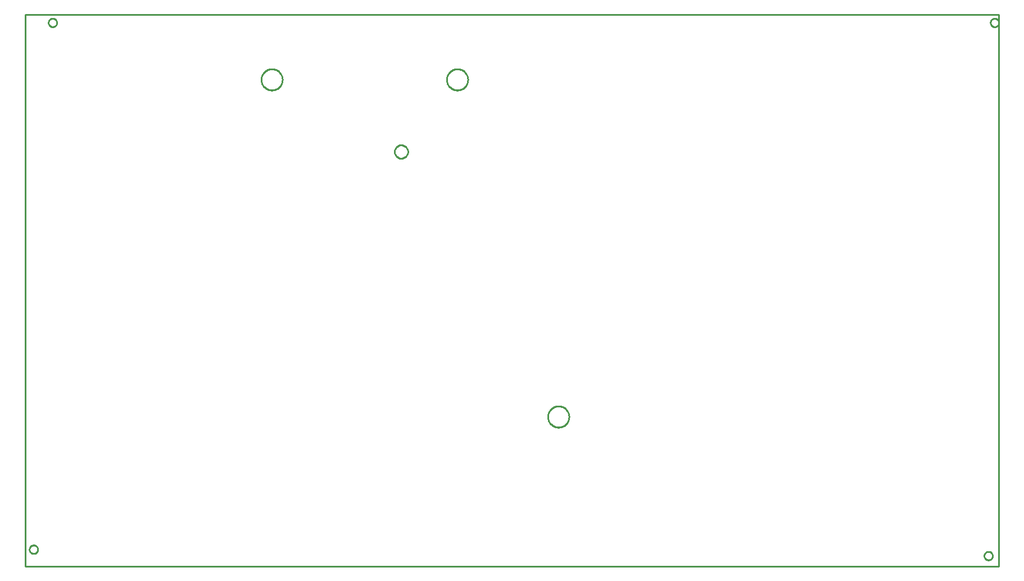
<source format=gbr>
G04 EAGLE Gerber RS-274X export*
G75*
%MOMM*%
%FSLAX34Y34*%
%LPD*%
%IN*%
%IPPOS*%
%AMOC8*
5,1,8,0,0,1.08239X$1,22.5*%
G01*
%ADD10C,0.254000*%


D10*
X-28575Y168275D02*
X1438075Y168275D01*
X1438075Y1000000D01*
X-28575Y1000000D01*
X-28575Y168275D01*
X-9525Y193363D02*
X-9586Y192742D01*
X-9708Y192130D01*
X-9889Y191533D01*
X-10128Y190957D01*
X-10422Y190407D01*
X-10768Y189888D01*
X-11164Y189405D01*
X-11605Y188964D01*
X-12088Y188568D01*
X-12607Y188222D01*
X-13157Y187928D01*
X-13733Y187689D01*
X-14330Y187508D01*
X-14942Y187386D01*
X-15563Y187325D01*
X-16187Y187325D01*
X-16808Y187386D01*
X-17420Y187508D01*
X-18017Y187689D01*
X-18593Y187928D01*
X-19144Y188222D01*
X-19662Y188568D01*
X-20145Y188964D01*
X-20586Y189405D01*
X-20982Y189888D01*
X-21328Y190407D01*
X-21622Y190957D01*
X-21861Y191533D01*
X-22042Y192130D01*
X-22164Y192742D01*
X-22225Y193363D01*
X-22225Y193987D01*
X-22164Y194608D01*
X-22042Y195220D01*
X-21861Y195817D01*
X-21622Y196393D01*
X-21328Y196944D01*
X-20982Y197462D01*
X-20586Y197945D01*
X-20145Y198386D01*
X-19662Y198782D01*
X-19144Y199128D01*
X-18593Y199422D01*
X-18017Y199661D01*
X-17420Y199842D01*
X-16808Y199964D01*
X-16187Y200025D01*
X-15563Y200025D01*
X-14942Y199964D01*
X-14330Y199842D01*
X-13733Y199661D01*
X-13157Y199422D01*
X-12607Y199128D01*
X-12088Y198782D01*
X-11605Y198386D01*
X-11164Y197945D01*
X-10768Y197462D01*
X-10422Y196944D01*
X-10128Y196393D01*
X-9889Y195817D01*
X-9708Y195220D01*
X-9586Y194608D01*
X-9525Y193987D01*
X-9525Y193363D01*
X19050Y987113D02*
X18989Y986492D01*
X18867Y985880D01*
X18686Y985283D01*
X18447Y984707D01*
X18153Y984157D01*
X17807Y983638D01*
X17411Y983155D01*
X16970Y982714D01*
X16487Y982318D01*
X15969Y981972D01*
X15418Y981678D01*
X14842Y981439D01*
X14245Y981258D01*
X13633Y981136D01*
X13012Y981075D01*
X12388Y981075D01*
X11767Y981136D01*
X11155Y981258D01*
X10558Y981439D01*
X9982Y981678D01*
X9432Y981972D01*
X8913Y982318D01*
X8430Y982714D01*
X7989Y983155D01*
X7593Y983638D01*
X7247Y984157D01*
X6953Y984707D01*
X6714Y985283D01*
X6533Y985880D01*
X6411Y986492D01*
X6350Y987113D01*
X6350Y987737D01*
X6411Y988358D01*
X6533Y988970D01*
X6714Y989567D01*
X6953Y990143D01*
X7247Y990694D01*
X7593Y991212D01*
X7989Y991695D01*
X8430Y992136D01*
X8913Y992532D01*
X9432Y992878D01*
X9982Y993172D01*
X10558Y993411D01*
X11155Y993592D01*
X11767Y993714D01*
X12388Y993775D01*
X13012Y993775D01*
X13633Y993714D01*
X14245Y993592D01*
X14842Y993411D01*
X15418Y993172D01*
X15969Y992878D01*
X16487Y992532D01*
X16970Y992136D01*
X17411Y991695D01*
X17807Y991212D01*
X18153Y990694D01*
X18447Y990143D01*
X18686Y989567D01*
X18867Y988970D01*
X18989Y988358D01*
X19050Y987737D01*
X19050Y987113D01*
X1428750Y183838D02*
X1428689Y183217D01*
X1428567Y182605D01*
X1428386Y182008D01*
X1428147Y181432D01*
X1427853Y180882D01*
X1427507Y180363D01*
X1427111Y179880D01*
X1426670Y179439D01*
X1426187Y179043D01*
X1425669Y178697D01*
X1425118Y178403D01*
X1424542Y178164D01*
X1423945Y177983D01*
X1423333Y177861D01*
X1422712Y177800D01*
X1422088Y177800D01*
X1421467Y177861D01*
X1420855Y177983D01*
X1420258Y178164D01*
X1419682Y178403D01*
X1419132Y178697D01*
X1418613Y179043D01*
X1418130Y179439D01*
X1417689Y179880D01*
X1417293Y180363D01*
X1416947Y180882D01*
X1416653Y181432D01*
X1416414Y182008D01*
X1416233Y182605D01*
X1416111Y183217D01*
X1416050Y183838D01*
X1416050Y184462D01*
X1416111Y185083D01*
X1416233Y185695D01*
X1416414Y186292D01*
X1416653Y186868D01*
X1416947Y187419D01*
X1417293Y187937D01*
X1417689Y188420D01*
X1418130Y188861D01*
X1418613Y189257D01*
X1419132Y189603D01*
X1419682Y189897D01*
X1420258Y190136D01*
X1420855Y190317D01*
X1421467Y190439D01*
X1422088Y190500D01*
X1422712Y190500D01*
X1423333Y190439D01*
X1423945Y190317D01*
X1424542Y190136D01*
X1425118Y189897D01*
X1425669Y189603D01*
X1426187Y189257D01*
X1426670Y188861D01*
X1427111Y188420D01*
X1427507Y187937D01*
X1427853Y187419D01*
X1428147Y186868D01*
X1428386Y186292D01*
X1428567Y185695D01*
X1428689Y185083D01*
X1428750Y184462D01*
X1428750Y183838D01*
X1438275Y987113D02*
X1438214Y986492D01*
X1438092Y985880D01*
X1437911Y985283D01*
X1437672Y984707D01*
X1437378Y984157D01*
X1437032Y983638D01*
X1436636Y983155D01*
X1436195Y982714D01*
X1435712Y982318D01*
X1435194Y981972D01*
X1434643Y981678D01*
X1434067Y981439D01*
X1433470Y981258D01*
X1432858Y981136D01*
X1432237Y981075D01*
X1431613Y981075D01*
X1430992Y981136D01*
X1430380Y981258D01*
X1429783Y981439D01*
X1429207Y981678D01*
X1428657Y981972D01*
X1428138Y982318D01*
X1427655Y982714D01*
X1427214Y983155D01*
X1426818Y983638D01*
X1426472Y984157D01*
X1426178Y984707D01*
X1425939Y985283D01*
X1425758Y985880D01*
X1425636Y986492D01*
X1425575Y987113D01*
X1425575Y987737D01*
X1425636Y988358D01*
X1425758Y988970D01*
X1425939Y989567D01*
X1426178Y990143D01*
X1426472Y990694D01*
X1426818Y991212D01*
X1427214Y991695D01*
X1427655Y992136D01*
X1428138Y992532D01*
X1428657Y992878D01*
X1429207Y993172D01*
X1429783Y993411D01*
X1430380Y993592D01*
X1430992Y993714D01*
X1431613Y993775D01*
X1432237Y993775D01*
X1432858Y993714D01*
X1433470Y993592D01*
X1434067Y993411D01*
X1434643Y993172D01*
X1435194Y992878D01*
X1435712Y992532D01*
X1436195Y992136D01*
X1436636Y991695D01*
X1437032Y991212D01*
X1437378Y990694D01*
X1437672Y990143D01*
X1437911Y989567D01*
X1438092Y988970D01*
X1438214Y988358D01*
X1438275Y987737D01*
X1438275Y987113D01*
X774176Y409700D02*
X773131Y409632D01*
X772092Y409495D01*
X771065Y409290D01*
X770053Y409019D01*
X769061Y408683D01*
X768093Y408282D01*
X767154Y407818D01*
X766246Y407295D01*
X765375Y406713D01*
X764544Y406075D01*
X763757Y405384D01*
X763016Y404643D01*
X762325Y403856D01*
X761688Y403025D01*
X761106Y402154D01*
X760582Y401246D01*
X760118Y400307D01*
X759717Y399339D01*
X759381Y398347D01*
X759110Y397335D01*
X758905Y396308D01*
X758769Y395269D01*
X758700Y394224D01*
X758700Y393176D01*
X758769Y392131D01*
X758905Y391092D01*
X759110Y390065D01*
X759381Y389053D01*
X759717Y388061D01*
X760118Y387093D01*
X760582Y386154D01*
X761106Y385246D01*
X761688Y384375D01*
X762325Y383544D01*
X763016Y382757D01*
X763757Y382016D01*
X764544Y381325D01*
X765375Y380688D01*
X766246Y380106D01*
X767154Y379582D01*
X768093Y379118D01*
X769061Y378717D01*
X770053Y378381D01*
X771065Y378110D01*
X772092Y377905D01*
X773131Y377769D01*
X774176Y377700D01*
X775224Y377700D01*
X776269Y377769D01*
X777308Y377905D01*
X778335Y378110D01*
X779347Y378381D01*
X780339Y378717D01*
X781307Y379118D01*
X782246Y379582D01*
X783154Y380106D01*
X784025Y380688D01*
X784856Y381325D01*
X785643Y382016D01*
X786384Y382757D01*
X787075Y383544D01*
X787713Y384375D01*
X788295Y385246D01*
X788818Y386154D01*
X789282Y387093D01*
X789683Y388061D01*
X790019Y389053D01*
X790290Y390065D01*
X790495Y391092D01*
X790632Y392131D01*
X790700Y393176D01*
X790700Y394224D01*
X790632Y395269D01*
X790495Y396308D01*
X790290Y397335D01*
X790019Y398347D01*
X789683Y399339D01*
X789282Y400307D01*
X788818Y401246D01*
X788295Y402154D01*
X787713Y403025D01*
X787075Y403856D01*
X786384Y404643D01*
X785643Y405384D01*
X784856Y406075D01*
X784025Y406713D01*
X783154Y407295D01*
X782246Y407818D01*
X781307Y408282D01*
X780339Y408683D01*
X779347Y409019D01*
X778335Y409290D01*
X777308Y409495D01*
X776269Y409632D01*
X775224Y409700D01*
X774176Y409700D01*
X621776Y917700D02*
X620731Y917632D01*
X619692Y917495D01*
X618665Y917290D01*
X617653Y917019D01*
X616661Y916683D01*
X615693Y916282D01*
X614754Y915818D01*
X613846Y915295D01*
X612975Y914713D01*
X612144Y914075D01*
X611357Y913384D01*
X610616Y912643D01*
X609925Y911856D01*
X609288Y911025D01*
X608706Y910154D01*
X608182Y909246D01*
X607718Y908307D01*
X607317Y907339D01*
X606981Y906347D01*
X606710Y905335D01*
X606505Y904308D01*
X606369Y903269D01*
X606300Y902224D01*
X606300Y901176D01*
X606369Y900131D01*
X606505Y899092D01*
X606710Y898065D01*
X606981Y897053D01*
X607317Y896061D01*
X607718Y895093D01*
X608182Y894154D01*
X608706Y893246D01*
X609288Y892375D01*
X609925Y891544D01*
X610616Y890757D01*
X611357Y890016D01*
X612144Y889325D01*
X612975Y888688D01*
X613846Y888106D01*
X614754Y887582D01*
X615693Y887118D01*
X616661Y886717D01*
X617653Y886381D01*
X618665Y886110D01*
X619692Y885905D01*
X620731Y885769D01*
X621776Y885700D01*
X622824Y885700D01*
X623869Y885769D01*
X624908Y885905D01*
X625935Y886110D01*
X626947Y886381D01*
X627939Y886717D01*
X628907Y887118D01*
X629846Y887582D01*
X630754Y888106D01*
X631625Y888688D01*
X632456Y889325D01*
X633243Y890016D01*
X633984Y890757D01*
X634675Y891544D01*
X635313Y892375D01*
X635895Y893246D01*
X636418Y894154D01*
X636882Y895093D01*
X637283Y896061D01*
X637619Y897053D01*
X637890Y898065D01*
X638095Y899092D01*
X638232Y900131D01*
X638300Y901176D01*
X638300Y902224D01*
X638232Y903269D01*
X638095Y904308D01*
X637890Y905335D01*
X637619Y906347D01*
X637283Y907339D01*
X636882Y908307D01*
X636418Y909246D01*
X635895Y910154D01*
X635313Y911025D01*
X634675Y911856D01*
X633984Y912643D01*
X633243Y913384D01*
X632456Y914075D01*
X631625Y914713D01*
X630754Y915295D01*
X629846Y915818D01*
X628907Y916282D01*
X627939Y916683D01*
X626947Y917019D01*
X625935Y917290D01*
X624908Y917495D01*
X623869Y917632D01*
X622824Y917700D01*
X621776Y917700D01*
X342376Y917700D02*
X341331Y917632D01*
X340292Y917495D01*
X339265Y917290D01*
X338253Y917019D01*
X337261Y916683D01*
X336293Y916282D01*
X335354Y915818D01*
X334446Y915295D01*
X333575Y914713D01*
X332744Y914075D01*
X331957Y913384D01*
X331216Y912643D01*
X330525Y911856D01*
X329888Y911025D01*
X329306Y910154D01*
X328782Y909246D01*
X328318Y908307D01*
X327917Y907339D01*
X327581Y906347D01*
X327310Y905335D01*
X327105Y904308D01*
X326969Y903269D01*
X326900Y902224D01*
X326900Y901176D01*
X326969Y900131D01*
X327105Y899092D01*
X327310Y898065D01*
X327581Y897053D01*
X327917Y896061D01*
X328318Y895093D01*
X328782Y894154D01*
X329306Y893246D01*
X329888Y892375D01*
X330525Y891544D01*
X331216Y890757D01*
X331957Y890016D01*
X332744Y889325D01*
X333575Y888688D01*
X334446Y888106D01*
X335354Y887582D01*
X336293Y887118D01*
X337261Y886717D01*
X338253Y886381D01*
X339265Y886110D01*
X340292Y885905D01*
X341331Y885769D01*
X342376Y885700D01*
X343424Y885700D01*
X344469Y885769D01*
X345508Y885905D01*
X346535Y886110D01*
X347547Y886381D01*
X348539Y886717D01*
X349507Y887118D01*
X350446Y887582D01*
X351354Y888106D01*
X352225Y888688D01*
X353056Y889325D01*
X353843Y890016D01*
X354584Y890757D01*
X355275Y891544D01*
X355913Y892375D01*
X356495Y893246D01*
X357018Y894154D01*
X357482Y895093D01*
X357883Y896061D01*
X358219Y897053D01*
X358490Y898065D01*
X358695Y899092D01*
X358832Y900131D01*
X358900Y901176D01*
X358900Y902224D01*
X358832Y903269D01*
X358695Y904308D01*
X358490Y905335D01*
X358219Y906347D01*
X357883Y907339D01*
X357482Y908307D01*
X357018Y909246D01*
X356495Y910154D01*
X355913Y911025D01*
X355275Y911856D01*
X354584Y912643D01*
X353843Y913384D01*
X353056Y914075D01*
X352225Y914713D01*
X351354Y915295D01*
X350446Y915818D01*
X349507Y916282D01*
X348539Y916683D01*
X347547Y917019D01*
X346535Y917290D01*
X345508Y917495D01*
X344469Y917632D01*
X343424Y917700D01*
X342376Y917700D01*
X537401Y802996D02*
X536532Y802920D01*
X535672Y802768D01*
X534828Y802542D01*
X534008Y802244D01*
X533216Y801875D01*
X532460Y801438D01*
X531745Y800937D01*
X531076Y800376D01*
X530458Y799758D01*
X529897Y799089D01*
X529396Y798374D01*
X528959Y797618D01*
X528590Y796826D01*
X528292Y796006D01*
X528066Y795162D01*
X527914Y794303D01*
X527838Y793433D01*
X527838Y792559D01*
X527914Y791690D01*
X528066Y790830D01*
X528292Y789986D01*
X528590Y789166D01*
X528959Y788374D01*
X529396Y787618D01*
X529897Y786903D01*
X530458Y786234D01*
X531076Y785616D01*
X531745Y785055D01*
X532460Y784554D01*
X533216Y784117D01*
X534008Y783748D01*
X534828Y783450D01*
X535672Y783224D01*
X536532Y783072D01*
X537401Y782996D01*
X538275Y782996D01*
X539145Y783072D01*
X540004Y783224D01*
X540848Y783450D01*
X541668Y783748D01*
X542460Y784117D01*
X543216Y784554D01*
X543931Y785055D01*
X544600Y785616D01*
X545218Y786234D01*
X545779Y786903D01*
X546280Y787618D01*
X546717Y788374D01*
X547086Y789166D01*
X547384Y789986D01*
X547610Y790830D01*
X547762Y791690D01*
X547838Y792559D01*
X547838Y793433D01*
X547762Y794303D01*
X547610Y795162D01*
X547384Y796006D01*
X547086Y796826D01*
X546717Y797618D01*
X546280Y798374D01*
X545779Y799089D01*
X545218Y799758D01*
X544600Y800376D01*
X543931Y800937D01*
X543216Y801438D01*
X542460Y801875D01*
X541668Y802244D01*
X540848Y802542D01*
X540004Y802768D01*
X539145Y802920D01*
X538275Y802996D01*
X537401Y802996D01*
M02*

</source>
